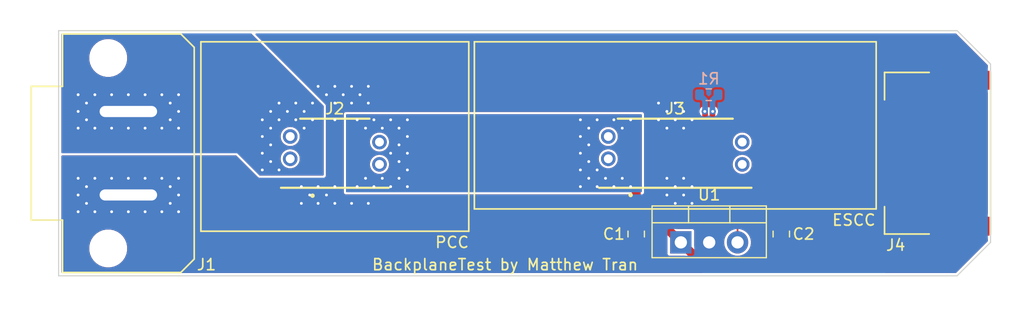
<source format=kicad_pcb>
(kicad_pcb (version 20211014) (generator pcbnew)
  (layers (0 "F.Cu" signal) (31 "B.Cu" signal) (34 "B.Paste" user) (35 "F.Paste" user) (36 "B.SilkS" user "B.Silkscreen") (37 "F.SilkS" user "F.Silkscreen") (38 "B.Mask" user) (39 "F.Mask" user) (44 "Edge.Cuts" user))
  (net 0 "")
  (net 1 "+48V")
  (net 2 "GND")
  (net 3 "+12V")
  (net 4 "/CAN-")
  (net 5 "/CAN+")
  (net 6 "+5V")
  (footprint "extraparts:Molex_DuraClik_RH_5pin" (layer "F.Cu") (at 227.25 100 90)
    (fp_text reference "J4" (at -8.25 -8.5 180) (layer "F.SilkS"))
    (fp_text value "CAN")
    (fp_line (start 4.794 -9.5) (end 7.25 -9.5) (layer "F.SilkS") (width 0.15))
    (fp_line (start -7.25 -9.5) (end -7.25 -5.5) (layer "F.SilkS") (width 0.15))
    (fp_line (start 7.25 -9.5) (end 7.25 -5.5) (layer "F.SilkS") (width 0.15))
    (fp_line (start -4.794 -9.5) (end -7.25 -9.5) (layer "F.SilkS") (width 0.15))
    (fp_line (start -7.25 0) (end 7.25 0) (layer "F.SilkS") (width 0.15))
    (pad "1" smd rect locked (at -4 -8.23 90) (size 1.2 3.2) (layers "F.Cu" "F.Paste" "F.Mask") (net 3 "+12V"))
    (pad "2" smd rect locked (at -2 -8.23 90) (size 1.2 3.2) (layers "F.Cu" "F.Paste" "F.Mask") (net 6 "+5V"))
    (pad "3" smd rect locked (at 0 -8.23 90) (size 1.2 3.2) (layers "F.Cu" "F.Paste" "F.Mask") (net 2 "GND"))
    (pad "4" smd rect locked (at 2 -8.23 90) (size 1.2 3.2) (layers "F.Cu" "F.Paste" "F.Mask") (net 5 "/CAN+"))
    (pad "5" smd rect locked (at 4 -8.23 90) (size 1.2 3.2) (layers "F.Cu" "F.Paste" "F.Mask") (net 4 "/CAN-"))
    (pad "MP" smd rect locked (at 6.55 -2.75 90) (size 1.7 5.3) (layers "F.Cu" "F.Paste" "F.Mask"))
    (pad "MP" smd rect locked (at -6.55 -2.75 90) (size 1.7 5.3) (layers "F.Cu" "F.Paste" "F.Mask"))
  )
  (footprint "extraparts:Samtec_mPOWER_UMPS_3pin" (layer "F.Cu") (at 168.5 100)
    (fp_text reference "J2" (at 0 -4) (layer "F.SilkS"))
    (fp_text value "PCC")
    (fp_line (start -3.1 -3.1) (end 3.1 -3.1) (layer "F.SilkS") (width 0.2))
    (fp_line (start 4.825 3.1) (end -4.825 3.1) (layer "F.SilkS") (width 0.2))
    (fp_circle (center -2 3.81) (end -1.9 3.81) (layer "F.SilkS") (width 0.2) (fill none))
    (pad "" thru_hole circle locked (at 4 1) (size 1.308 1.308) (drill 0.8) (layers *.Cu *.Mask))
    (pad "" thru_hole circle locked (at -4 -1.5) (size 1.308 1.308) (drill 0.8) (layers *.Cu *.Mask))
    (pad "" thru_hole circle locked (at 4 -1) (size 1.308 1.308) (drill 0.8) (layers *.Cu *.Mask))
    (pad "" thru_hole circle locked (at -4 0.5) (size 1.308 1.308) (drill 0.8) (layers *.Cu *.Mask))
    (pad "1" smd rect locked (at -2 0) (size 1.3 3.5) (layers "F.Cu" "F.Paste" "F.Mask") (net 1 "+48V"))
    (pad "2" smd rect locked (at 0 0) (size 1.3 3.5) (layers "F.Cu" "F.Paste" "F.Mask") (net 2 "GND"))
    (pad "3" smd rect locked (at 2 0) (size 1.3 3.5) (layers "F.Cu" "F.Paste" "F.Mask") (net 3 "+12V"))
  )
  (footprint "extraparts:Molex_SuperSabre_Vert_2pin" (layer "F.Cu") (at 150 100 -90)
    (fp_text reference "J1" (at 10 -7 180) (layer "F.SilkS"))
    (fp_text value "Power")
    (fp_line (start -10.7 5.9) (end -6 5.9) (layer "F.SilkS") (width 0.15))
    (fp_line (start 9.5 -5.9) (end 10.7 -4.7) (layer "F.SilkS") (width 0.15))
    (fp_line (start 6 5.9) (end 10.7 5.9) (layer "F.SilkS") (width 0.15))
    (fp_line (start -9.5 -5.9) (end -10.7 -4.7) (layer "F.SilkS") (width 0.15))
    (fp_line (start -10.7 -4.7) (end -10.7 5.9) (layer "F.SilkS") (width 0.15))
    (fp_line (start -6 8.7) (end 6 8.7) (layer "F.SilkS") (width 0.15))
    (fp_line (start -6 5.9) (end -6 8.7) (layer "F.SilkS") (width 0.15))
    (fp_line (start 6 8.7) (end 6 5.9) (layer "F.SilkS") (width 0.15))
    (fp_line (start 9.5 -5.9) (end -9.5 -5.9) (layer "F.SilkS") (width 0.15))
    (fp_line (start 10.7 5.9) (end 10.7 -4.7) (layer "F.SilkS") (width 0.15))
    (pad "" np_thru_hole circle locked (at 8.545 1.805 270) (size 3 3) (drill 3) (layers *.Cu *.Mask))
    (pad "" np_thru_hole circle locked (at -8.545 1.805 270) (size 3 3) (drill 3) (layers *.Cu *.Mask))
    (pad "1" thru_hole oval locked (at 3.745 0 270) (size 2 6.15) (drill oval 1 5.15) (layers *.Cu *.Mask) (net 2 "GND"))
    (pad "2" thru_hole oval locked (at -3.745 0 270) (size 2 6.15) (drill oval 1 5.15) (layers *.Cu *.Mask) (net 1 "+48V"))
  )
  (footprint "extraparts:Samtec_mPOWER_UMPS_5pin" (layer "F.Cu") (at 199 100)
    (fp_text reference "J3" (at 0 -4) (layer "F.SilkS"))
    (fp_text value "ESCC")
    (fp_line (start -5.15 -3.1) (end 5.15 -3.1) (layer "F.SilkS") (width 0.2))
    (fp_line (start -6.825 3.1) (end 6.825 3.1) (layer "F.SilkS") (width 0.2))
    (fp_circle (center -4 3.75) (end -3.9 3.75) (layer "F.SilkS") (width 0.2) (fill none))
    (pad "" thru_hole circle locked (at -6 -1.5) (size 1.308 1.308) (drill 0.8) (layers *.Cu *.Mask))
    (pad "" thru_hole circle locked (at 6 1) (size 1.308 1.308) (drill 0.8) (layers *.Cu *.Mask))
    (pad "" thru_hole circle locked (at -6 0.5) (size 1.308 1.308) (drill 0.8) (layers *.Cu *.Mask))
    (pad "" thru_hole circle locked (at 6 -1) (size 1.308 1.308) (drill 0.8) (layers *.Cu *.Mask))
    (pad "1" smd rect locked (at -4 0) (size 1.3 3.5) (layers "F.Cu" "F.Paste" "F.Mask") (net 3 "+12V"))
    (pad "2" smd rect locked (at -2 0) (size 1.3 3.5) (layers "F.Cu" "F.Paste" "F.Mask") (net 6 "+5V"))
    (pad "3" smd rect locked (at 0 0) (size 1.3 3.5) (layers "F.Cu" "F.Paste" "F.Mask") (net 2 "GND"))
    (pad "4" smd rect locked (at 2 0) (size 1.3 3.5) (layers "F.Cu" "F.Paste" "F.Mask") (net 5 "/CAN+"))
    (pad "5" smd rect locked (at 4 0) (size 1.3 3.5) (layers "F.Cu" "F.Paste" "F.Mask") (net 4 "/CAN-"))
  )
  (footprint "Package_TO_SOT_THT:TO-220-3_Vertical" (layer "F.Cu") (at 199.5 108)
    (fp_text reference "U1" (at 2.54 -4.27) (layer "F.SilkS"))
    (fp_text value "LM7805_TO220")
    (fp_line (start -2.58 -3.27) (end -2.58 1.371) (layer "F.SilkS") (width 0.12))
    (fp_line (start -2.58 -3.27) (end 7.66 -3.27) (layer "F.SilkS") (width 0.12))
    (fp_line (start 7.66 -3.27) (end 7.66 1.371) (layer "F.SilkS") (width 0.12))
    (fp_line (start 4.391 -3.27) (end 4.391 -1.76) (layer "F.SilkS") (width 0.12))
    (fp_line (start -2.58 -1.76) (end 7.66 -1.76) (layer "F.SilkS") (width 0.12))
    (fp_line (start 0.69 -3.27) (end 0.69 -1.76) (layer "F.SilkS") (width 0.12))
    (fp_line (start -2.58 1.371) (end 7.66 1.371) (layer "F.SilkS") (width 0.12))
    (pad "1" thru_hole rect locked (at 0 0) (size 1.905 2) (drill 1.1) (layers *.Cu *.Mask) (net 3 "+12V"))
    (pad "2" thru_hole oval locked (at 2.54 0) (size 1.905 2) (drill 1.1) (layers *.Cu *.Mask) (net 2 "GND"))
    (pad "3" thru_hole oval locked (at 5.08 0) (size 1.905 2) (drill 1.1) (layers *.Cu *.Mask) (net 6 "+5V"))
  )
  (footprint "Capacitor_SMD:C_0805_2012Metric" (layer "F.Cu") (at 208.5 107.25 -90)
    (fp_text reference "C2" (at 0 -2 180) (layer "F.SilkS"))
    (fp_text value "10u")
    (fp_line (start -0.261252 -0.735) (end 0.261252 -0.735) (layer "F.SilkS") (width 0.12))
    (fp_line (start -0.261252 0.735) (end 0.261252 0.735) (layer "F.SilkS") (width 0.12))
    (pad "1" smd roundrect locked (at -0.95 0 270) (size 1 1.45) (layers "F.Cu" "F.Paste" "F.Mask") (net 6 "+5V"))
    (pad "2" smd roundrect locked (at 0.95 0 270) (size 1 1.45) (layers "F.Cu" "F.Paste" "F.Mask") (net 2 "GND"))
  )
  (footprint "Capacitor_SMD:C_0805_2012Metric" (layer "F.Cu") (at 195.5 107.25 90)
    (fp_text reference "C1" (at 0 -2 180) (layer "F.SilkS"))
    (fp_text value "10u")
    (fp_line (start -0.261252 -0.735) (end 0.261252 -0.735) (layer "F.SilkS") (width 0.12))
    (fp_line (start -0.261252 0.735) (end 0.261252 0.735) (layer "F.SilkS") (width 0.12))
    (pad "1" smd roundrect locked (at -0.95 0 90) (size 1 1.45) (layers "F.Cu" "F.Paste" "F.Mask") (net 2 "GND"))
    (pad "2" smd roundrect locked (at 0.95 0 90) (size 1 1.45) (layers "F.Cu" "F.Paste" "F.Mask") (net 3 "+12V"))
  )
  (footprint "Resistor_SMD:R_0603_1608Metric" (layer "B.Cu") (at 202 94.75 180)
    (fp_text reference "R1" (at 0 1.43) (layer "B.SilkS") (effects (justify mirror)))
    (fp_text value "120")
    (fp_line (start -0.237258 0.5225) (end 0.237258 0.5225) (layer "B.SilkS") (width 0.12))
    (fp_line (start -0.237258 -0.5225) (end 0.237258 -0.5225) (layer "B.SilkS") (width 0.12))
    (pad "1" smd roundrect locked (at -0.825 0 180) (size 0.8 0.95) (layers "B.Cu" "B.Paste" "B.Mask") (net 4 "/CAN-"))
    (pad "2" smd roundrect locked (at 0.825 0 180) (size 0.8 0.95) (layers "B.Cu" "B.Paste" "B.Mask") (net 5 "/CAN+"))
  )
  (gr_line (start 156.5 90) (end 180.5 90) (layer "F.SilkS") (width 0.15))
  (gr_line (start 180.5 90) (end 180.5 107) (layer "F.SilkS") (width 0.15))
  (gr_line (start 156.5 107) (end 156.5 90) (layer "F.SilkS") (width 0.15))
  (gr_line (start 156.5 107) (end 180.5 107) (layer "F.SilkS") (width 0.15))
  (gr_line (start 217 90) (end 217 105) (layer "F.SilkS") (width 0.15))
  (gr_line (start 181 105) (end 217 105) (layer "F.SilkS") (width 0.15))
  (gr_line (start 181 90) (end 181 105) (layer "F.SilkS") (width 0.15))
  (gr_line (start 217 90) (end 181 90) (layer "F.SilkS") (width 0.15))
  (gr_line (start 224.25 89) (end 143.75 89) (layer "Edge.Cuts") (width 0.1))
  (gr_line (start 227.25 92) (end 224.25 89) (layer "Edge.Cuts") (width 0.1))
  (gr_line (start 224.25 111) (end 227.25 108) (layer "Edge.Cuts") (width 0.1))
  (gr_line (start 227.25 108) (end 227.25 92) (layer "Edge.Cuts") (width 0.1))
  (gr_line (start 143.75 111) (end 224.25 111) (layer "Edge.Cuts") (width 0.1))
  (gr_line (start 143.75 89) (end 143.75 111) (layer "Edge.Cuts") (width 0.1))
  (gr_text "PCC" (at 179 108) (layer "F.SilkS") (effects (font (size 1 1))))
  (gr_text "BackplaneTest by Matthew Tran" (at 183.75 110) (layer "F.SilkS") (effects (font (size 1 1))))
  (gr_text "ESCC" (at 215 106) (layer "F.SilkS") (effects (font (size 1 1))))
  (via (at 165.75 96.25) (size 0.5588) (drill 0.254) (layers "F.Cu" "B.Cu") (net 1))
  (via (at 162.75 99.25) (size 0.5588) (drill 0.254) (layers "F.Cu" "B.Cu") (net 1))
  (via (at 153.75 95.5) (size 0.5588) (drill 0.254) (layers "F.Cu" "B.Cu") (net 1))
  (via (at 148.5 94.75) (size 0.5588) (drill 0.254) (layers "F.Cu" "B.Cu") (net 1))
  (via (at 145.5 97.75) (size 0.5588) (drill 0.254) (layers "F.Cu" "B.Cu") (net 1))
  (via (at 164.25 96.25) (size 0.5588) (drill 0.254) (layers "F.Cu" "B.Cu") (net 1))
  (via (at 150 97.75) (size 0.5588) (drill 0.254) (layers "F.Cu" "B.Cu") (net 1))
  (via (at 162 98.5) (size 0.5588) (drill 0.254) (layers "F.Cu" "B.Cu") (net 1))
  (via (at 165 95.5) (size 0.5588) (drill 0.254) (layers "F.Cu" "B.Cu") (net 1))
  (via (at 147 97.75) (size 0.5588) (drill 0.254) (layers "F.Cu" "B.Cu") (net 1))
  (via (at 147 94.75) (size 0.5588) (drill 0.254) (layers "F.Cu" "B.Cu") (net 1))
  (via (at 162.75 100.75) (size 0.5588) (drill 0.254) (layers "F.Cu" "B.Cu") (net 1))
  (via (at 154.5 96.25) (size 0.5588) (drill 0.254) (layers "F.Cu" "B.Cu") (net 1))
  (via (at 162 101.5) (size 0.5588) (drill 0.254) (layers "F.Cu" "B.Cu") (net 1))
  (via (at 166.5 95.5) (size 0.5588) (drill 0.254) (layers "F.Cu" "B.Cu") (net 1))
  (via (at 162 97) (size 0.5588) (drill 0.254) (layers "F.Cu" "B.Cu") (net 1))
  (via (at 154.5 97.75) (size 0.5588) (drill 0.254) (layers "F.Cu" "B.Cu") (net 1))
  (via (at 153 97.75) (size 0.5588) (drill 0.254) (layers "F.Cu" "B.Cu") (net 1))
  (via (at 151.5 94.75) (size 0.5588) (drill 0.254) (layers "F.Cu" "B.Cu") (net 1))
  (via (at 162 100) (size 0.5588) (drill 0.254) (layers "F.Cu" "B.Cu") (net 1))
  (via (at 154.5 94.75) (size 0.5588) (drill 0.254) (layers "F.Cu" "B.Cu") (net 1))
  (via (at 163.5 101.5) (size 0.5588) (drill 0.254) (layers "F.Cu" "B.Cu") (net 1))
  (via (at 153.75 97) (size 0.5588) (drill 0.254) (layers "F.Cu" "B.Cu") (net 1))
  (via (at 163.5 95.5) (size 0.5588) (drill 0.254) (layers "F.Cu" "B.Cu") (net 1))
  (via (at 153 94.75) (size 0.5588) (drill 0.254) (layers "F.Cu" "B.Cu") (net 1))
  (via (at 146.25 95.5) (size 0.5588) (drill 0.254) (layers "F.Cu" "B.Cu") (net 1))
  (via (at 146.25 97) (size 0.5588) (drill 0.254) (layers "F.Cu" "B.Cu") (net 1))
  (via (at 150 94.75) (size 0.5588) (drill 0.254) (layers "F.Cu" "B.Cu") (net 1))
  (via (at 145.5 96.25) (size 0.5588) (drill 0.254) (layers "F.Cu" "B.Cu") (net 1))
  (via (at 163.5 97) (size 0.5588) (drill 0.254) (layers "F.Cu" "B.Cu") (net 1))
  (via (at 148.5 97.75) (size 0.5588) (drill 0.254) (layers "F.Cu" "B.Cu") (net 1))
  (via (at 165 97) (size 0.5588) (drill 0.254) (layers "F.Cu" "B.Cu") (net 1))
  (via (at 145.5 94.75) (size 0.5588) (drill 0.254) (layers "F.Cu" "B.Cu") (net 1))
  (via (at 162.75 97.75) (size 0.5588) (drill 0.254) (layers "F.Cu" "B.Cu") (net 1))
  (via (at 166.5 97) (size 0.5588) (drill 0.254) (layers "F.Cu" "B.Cu") (net 1))
  (via (at 151.5 97.75) (size 0.5588) (drill 0.254) (layers "F.Cu" "B.Cu") (net 1))
  (via (at 165.75 97.75) (size 0.5588) (drill 0.254) (layers "F.Cu" "B.Cu") (net 1))
  (via (at 162.75 96.25) (size 0.5588) (drill 0.254) (layers "F.Cu" "B.Cu") (net 1))
  (via (at 145.5 105.25) (size 0.5588) (drill 0.254) (layers "F.Cu" "B.Cu") (net 2))
  (via (at 198.25 102.25) (size 0.5588) (drill 0.254) (layers "F.Cu" "B.Cu") (net 2))
  (via (at 199 97) (size 0.5588) (drill 0.254) (layers "F.Cu" "B.Cu") (net 2))
  (via (at 167 104.5) (size 0.5588) (drill 0.254) (layers "F.Cu" "B.Cu") (net 2))
  (via (at 199 95.5) (size 0.5588) (drill 0.254) (layers "F.Cu" "B.Cu") (net 2))
  (via (at 167 103) (size 0.5588) (drill 0.254) (layers "F.Cu" "B.Cu") (net 2))
  (via (at 154.5 102.25) (size 0.5588) (drill 0.254) (layers "F.Cu" "B.Cu") (net 2))
  (via (at 171.5 94) (size 0.5588) (drill 0.254) (layers "F.Cu" "B.Cu") (net 2))
  (via (at 199.75 102.25) (size 0.5588) (drill 0.254) (layers "F.Cu" "B.Cu") (net 2))
  (via (at 153 105.25) (size 0.5588) (drill 0.254) (layers "F.Cu" "B.Cu") (net 2))
  (via (at 170 94) (size 0.5588) (drill 0.254) (layers "F.Cu" "B.Cu") (net 2))
  (via (at 148.5 102.25) (size 0.5588) (drill 0.254) (layers "F.Cu" "B.Cu") (net 2))
  (via (at 200.5 97) (size 0.5588) (drill 0.254) (layers "F.Cu" "B.Cu") (net 2))
  (via (at 154.5 105.25) (size 0.5588) (drill 0.254) (layers "F.Cu" "B.Cu") (net 2))
  (via (at 151.5 105.25) (size 0.5588) (drill 0.254) (layers "F.Cu" "B.Cu") (net 2))
  (via (at 165.5 103) (size 0.5588) (drill 0.254) (layers "F.Cu" "B.Cu") (net 2))
  (via (at 170.75 94.75) (size 0.5588) (drill 0.254) (layers "F.Cu" "B.Cu") (net 2))
  (via (at 146.25 103) (size 0.5588) (drill 0.254) (layers "F.Cu" "B.Cu") (net 2))
  (via (at 171.5 104.5) (size 0.5588) (drill 0.254) (layers "F.Cu" "B.Cu") (net 2))
  (via (at 147 102.25) (size 0.5588) (drill 0.254) (layers "F.Cu" "B.Cu") (net 2))
  (via (at 199.75 103.75) (size 0.5588) (drill 0.254) (layers "F.Cu" "B.Cu") (net 2))
  (via (at 150 105.25) (size 0.5588) (drill 0.254) (layers "F.Cu" "B.Cu") (net 2))
  (via (at 153.75 104.5) (size 0.5588) (drill 0.254) (layers "F.Cu" "B.Cu") (net 2))
  (via (at 199.75 96.25) (size 0.5588) (drill 0.254) (layers "F.Cu" "B.Cu") (net 2))
  (via (at 153 102.25) (size 0.5588) (drill 0.254) (layers "F.Cu" "B.Cu") (net 2))
  (via (at 153.75 103) (size 0.5588) (drill 0.254) (layers "F.Cu" "B.Cu") (net 2))
  (via (at 168.5 104.5) (size 0.5588) (drill 0.254) (layers "F.Cu" "B.Cu") (net 2))
  (via (at 165.5 104.5) (size 0.5588) (drill 0.254) (layers "F.Cu" "B.Cu") (net 2))
  (via (at 198.25 96.25) (size 0.5588) (drill 0.254) (layers "F.Cu" "B.Cu") (net 2))
  (via (at 169.25 94.75) (size 0.5588) (drill 0.254) (layers "F.Cu" "B.Cu") (net 2))
  (via (at 146.25 104.5) (size 0.5588) (drill 0.254) (layers "F.Cu" "B.Cu") (net 2))
  (via (at 198.25 103.75) (size 0.5588) (drill 0.254) (layers "F.Cu" "B.Cu") (net 2))
  (via (at 148.5 105.25) (size 0.5588) (drill 0.254) (layers "F.Cu" "B.Cu") (net 2))
  (via (at 170 104.5) (size 0.5588) (drill 0.254) (layers "F.Cu" "B.Cu") (net 2))
  (via (at 154.5 103.75) (size 0.5588) (drill 0.254) (layers "F.Cu" "B.Cu") (net 2))
  (via (at 150 102.25) (size 0.5588) (drill 0.254) (layers "F.Cu" "B.Cu") (net 2))
  (via (at 200.5 104.5) (size 0.5588) (drill 0.254) (layers "F.Cu" "B.Cu") (net 2))
  (via (at 197.5 97) (size 0.5588) (drill 0.254) (layers "F.Cu" "B.Cu") (net 2))
  (via (at 168.5 103) (size 0.5588) (drill 0.254) (layers "F.Cu" "B.Cu") (net 2))
  (via (at 170 95.5) (size 0.5588) (drill 0.254) (layers "F.Cu" "B.Cu") (net 2))
  (via (at 145.5 102.25) (size 0.5588) (drill 0.254) (layers "F.Cu" "B.Cu") (net 2))
  (via (at 166.25 103.75) (size 0.5588) (drill 0.254) (layers "F.Cu" "B.Cu") (net 2))
  (via (at 147 105.25) (size 0.5588) (drill 0.254) (layers "F.Cu" "B.Cu") (net 2))
  (via (at 145.5 103.75) (size 0.5588) (drill 0.254) (layers "F.Cu" "B.Cu") (net 2))
  (via (at 151.5 102.25) (size 0.5588) (drill 0.254) (layers "F.Cu" "B.Cu") (net 2))
  (via (at 167.75 94.75) (size 0.5588) (drill 0.254) (layers "F.Cu" "B.Cu") (net 2))
  (via (at 199.75 97.75) (size 0.5588) (drill 0.254) (layers "F.Cu" "B.Cu") (net 2))
  (via (at 171.5 95.5) (size 0.5588) (drill 0.254) (layers "F.Cu" "B.Cu") (net 2))
  (via (at 168.5 94) (size 0.5588) (drill 0.254) (layers "F.Cu" "B.Cu") (net 2))
  (via (at 199 104.5) (size 0.5588) (drill 0.254) (layers "F.Cu" "B.Cu") (net 2))
  (via (at 200.5 103) (size 0.5588) (drill 0.254) (layers "F.Cu" "B.Cu") (net 2))
  (via (at 167 94) (size 0.5588) (drill 0.254) (layers "F.Cu" "B.Cu") (net 2))
  (via (at 168.5 95.5) (size 0.5588) (drill 0.254) (layers "F.Cu" "B.Cu") (net 2))
  (via (at 198.25 97.75) (size 0.5588) (drill 0.254) (layers "F.Cu" "B.Cu") (net 2))
  (via (at 167.75 103.75) (size 0.5588) (drill 0.254) (layers "F.Cu" "B.Cu") (net 2))
  (via (at 199 103) (size 0.5588) (drill 0.254) (layers "F.Cu" "B.Cu") (net 2))
  (via (at 168.5 97) (size 0.5588) (drill 0.254) (layers "F.Cu" "B.Cu") (net 2))
  (via (at 197.5 95.5) (size 0.5588) (drill 0.254) (layers "F.Cu" "B.Cu") (net 2))
  (segment (start 195 102.25) (end 195 100) (width 0.8) (layer "F.Cu") (net 3))
  (segment (start 217.75 110) (end 219.02 108.73) (width 0.8) (layer "F.Cu") (net 3))
  (segment (start 195.5 102.75) (end 195 102.25) (width 0.8) (layer "F.Cu") (net 3))
  (segment (start 201.5 110) (end 217.75 110) (width 0.8) (layer "F.Cu") (net 3))
  (segment (start 195.5 106.3) (end 197.8 106.3) (width 0.8) (layer "F.Cu") (net 3))
  (segment (start 197.8 106.3) (end 199.5 108) (width 0.8) (layer "F.Cu") (net 3))
  (segment (start 219.02 108.73) (end 219.02 104) (width 0.8) (layer "F.Cu") (net 3))
  (segment (start 195.5 106.3) (end 195.5 102.75) (width 0.8) (layer "F.Cu") (net 3))
  (segment (start 199.5 108) (end 201.5 110) (width 0.8) (layer "F.Cu") (net 3))
  (via (at 172.75 102.25) (size 0.5588) (drill 0.254) (layers "F.Cu" "B.Cu") (net 3))
  (via (at 175 98.5) (size 0.5588) (drill 0.254) (layers "F.Cu" "B.Cu") (net 3))
  (via (at 192 97) (size 0.5588) (drill 0.254) (layers "F.Cu" "B.Cu") (net 3))
  (via (at 192 101.5) (size 0.5588) (drill 0.254) (layers "F.Cu" "B.Cu") (net 3))
  (via (at 174.25 99.25) (size 0.5588) (drill 0.254) (layers "F.Cu" "B.Cu") (net 3))
  (via (at 194.25 102.25) (size 0.5588) (drill 0.254) (layers "F.Cu" "B.Cu") (net 3))
  (via (at 173.5 97) (size 0.5588) (drill 0.254) (layers "F.Cu" "B.Cu") (net 3))
  (via (at 174.25 102.25) (size 0.5588) (drill 0.254) (layers "F.Cu" "B.Cu") (net 3))
  (via (at 175 100) (size 0.5588) (drill 0.254) (layers "F.Cu" "B.Cu") (net 3))
  (via (at 195 103) (size 0.5588) (drill 0.254) (layers "F.Cu" "B.Cu") (net 3))
  (via (at 171.25 97.75) (size 0.5588) (drill 0.254) (layers "F.Cu" "B.Cu") (net 3))
  (via (at 190.5 101.5) (size 0.5588) (drill 0.254) (layers "F.Cu" "B.Cu") (net 3))
  (via (at 170.5 103) (size 0.5588) (drill 0.254) (layers "F.Cu" "B.Cu") (net 3))
  (via (at 173.5 103) (size 0.5588) (drill 0.254) (layers "F.Cu" "B.Cu") (net 3))
  (via (at 195 97) (size 0.5588) (drill 0.254) (layers "F.Cu" "B.Cu") (net 3))
  (via (at 175 101.5) (size 0.5588) (drill 0.254) (layers "F.Cu" "B.Cu") (net 3))
  (via (at 192 103) (size 0.5588) (drill 0.254) (layers "F.Cu" "B.Cu") (net 3))
  (via (at 191.25 100.75) (size 0.5588) (drill 0.254) (layers "F.Cu" "B.Cu") (net 3))
  (via (at 173.5 100) (size 0.5588) (drill 0.254) (layers "F.Cu" "B.Cu") (net 3))
  (via (at 174.25 97.75) (size 0.5588) (drill 0.254) (layers "F.Cu" "B.Cu") (net 3))
  (via (at 175 97) (size 0.5588) (drill 0.254) (layers "F.Cu" "B.Cu") (net 3))
  (via (at 170.5 97) (size 0.5588) (drill 0.254) (layers "F.Cu" "B.Cu") (net 3))
  (via (at 190.5 97) (size 0.5588) (drill 0.254) (layers "F.Cu" "B.Cu") (net 3))
  (via (at 192.75 102.25) (size 0.5588) (drill 0.254) (layers "F.Cu" "B.Cu") (net 3))
  (via (at 174.25 100.75) (size 0.5588) (drill 0.254) (layers "F.Cu" "B.Cu") (net 3))
  (via (at 193.5 97) (size 0.5588) (drill 0.254) (layers "F.Cu" "B.Cu") (net 3))
  (via (at 190.5 98.5) (size 0.5588) (drill 0.254) (layers "F.Cu" "B.Cu") (net 3))
  (via (at 190.5 103) (size 0.5588) (drill 0.254) (layers "F.Cu" "B.Cu") (net 3))
  (via (at 172.75 97.75) (size 0.5588) (drill 0.254) (layers "F.Cu" "B.Cu") (net 3))
  (via (at 171.25 102.25) (size 0.5588) (drill 0.254) (layers "F.Cu" "B.Cu") (net 3))
  (via (at 193.5 103) (size 0.5588) (drill 0.254) (layers "F.Cu" "B.Cu") (net 3))
  (via (at 172 103) (size 0.5588) (drill 0.254) (layers "F.Cu" "B.Cu") (net 3))
  (via (at 191.25 97.75) (size 0.5588) (drill 0.254) (layers "F.Cu" "B.Cu") (net 3))
  (via (at 175 103) (size 0.5588) (drill 0.254) (layers "F.Cu" "B.Cu") (net 3))
  (via (at 191.25 99.25) (size 0.5588) (drill 0.254) (layers "F.Cu" "B.Cu") (net 3))
  (via (at 191.25 102.25) (size 0.5588) (drill 0.254) (layers "F.Cu" "B.Cu") (net 3))
  (via (at 172 97) (size 0.5588) (drill 0.254) (layers "F.Cu" "B.Cu") (net 3))
  (via (at 194.25 97.75) (size 0.5588) (drill 0.254) (layers "F.Cu" "B.Cu") (net 3))
  (via (at 190.5 100) (size 0.5588) (drill 0.254) (layers "F.Cu" "B.Cu") (net 3))
  (segment (start 203 101.1) (end 202.3302 101.7698) (width 0.508) (layer "F.Cu") (net 4))
  (segment (start 203 100) (end 203 101.1) (width 0.508) (layer "F.Cu") (net 4))
  (segment (start 202.3302 101.7698) (end 202.3302 102.613226) (width 0.508) (layer "F.Cu") (net 4))
  (segment (start 203 98.9) (end 202.3302 98.2302) (width 0.508) (layer "F.Cu") (net 4))
  (segment (start 202.3302 96.2754) (end 202.3556 96.25) (width 0.508) (layer "F.Cu") (net 4))
  (segment (start 213.863226 96.6698) (end 215.950199 96.6698) (width 0.508) (layer "F.Cu") (net 4))
  (segment (start 207.113226 103.4198) (end 213.863226 96.6698) (width 0.508) (layer "F.Cu") (net 4))
  (segment (start 203 100) (end 203 98.9) (width 0.508) (layer "F.Cu") (net 4))
  (segment (start 216.619999 96) (end 219.02 96) (width 0.508) (layer "F.Cu") (net 4))
  (segment (start 215.950199 96.6698) (end 216.619999 96) (width 0.508) (layer "F.Cu") (net 4))
  (segment (start 203.136774 103.4198) (end 207.113226 103.4198) (width 0.508) (layer "F.Cu") (net 4))
  (segment (start 202.3302 98.2302) (end 202.3302 96.2754) (width 0.508) (layer "F.Cu") (net 4))
  (segment (start 202.3302 102.613226) (end 203.136774 103.4198) (width 0.508) (layer "F.Cu") (net 4))
  (via (at 202.3556 96.25) (size 0.5588) (drill 0.254) (layers "F.Cu" "B.Cu") (net 4))
  (segment (start 202.3302 95.2448) (end 202.825 94.75) (width 0.508) (layer "B.Cu") (net 4))
  (segment (start 202.3556 96.25) (end 202.3302 96.2246) (width 0.508) (layer "B.Cu") (net 4))
  (segment (start 202.3302 96.2246) (end 202.3302 95.2448) (width 0.508) (layer "B.Cu") (net 4))
  (segment (start 201 101.1) (end 201.6698 101.7698) (width 0.508) (layer "F.Cu") (net 5))
  (segment (start 201 98.9) (end 201.6698 98.2302) (width 0.508) (layer "F.Cu") (net 5))
  (segment (start 202.863226 104.0802) (end 207.386774 104.0802) (width 0.508) (layer "F.Cu") (net 5))
  (segment (start 216.619999 98) (end 219.02 98) (width 0.508) (layer "F.Cu") (net 5))
  (segment (start 201 100) (end 201 101.1) (width 0.508) (layer "F.Cu") (net 5))
  (segment (start 215.950199 97.3302) (end 216.619999 98) (width 0.508) (layer "F.Cu") (net 5))
  (segment (start 207.386774 104.0802) (end 214.136774 97.3302) (width 0.508) (layer "F.Cu") (net 5))
  (segment (start 201.6698 96.2754) (end 201.6444 96.25) (width 0.508) (layer "F.Cu") (net 5))
  (segment (start 201.6698 98.2302) (end 201.6698 96.2754) (width 0.508) (layer "F.Cu") (net 5))
  (segment (start 214.136774 97.3302) (end 215.950199 97.3302) (width 0.508) (layer "F.Cu") (net 5))
  (segment (start 201 100) (end 201 98.9) (width 0.508) (layer "F.Cu") (net 5))
  (segment (start 201.6698 101.7698) (end 201.6698 102.886774) (width 0.508) (layer "F.Cu") (net 5))
  (segment (start 201.6698 102.886774) (end 202.863226 104.0802) (width 0.508) (layer "F.Cu") (net 5))
  (via (at 201.6444 96.25) (size 0.5588) (drill 0.254) (layers "F.Cu" "B.Cu") (net 5))
  (segment (start 201.6698 96.2246) (end 201.6698 95.2448) (width 0.508) (layer "B.Cu") (net 5))
  (segment (start 201.6444 96.25) (end 201.6698 96.2246) (width 0.508) (layer "B.Cu") (net 5))
  (segment (start 201.6698 95.2448) (end 201.175 94.75) (width 0.508) (layer "B.Cu") (net 5))
  (segment (start 213 102) (end 219.02 102) (width 0.1524) (layer "F.Cu") (net 6))
  (segment (start 204.58 108) (end 204.58 106.33) (width 0.1524) (layer "F.Cu") (net 6))
  (segment (start 199.05 106.3) (end 204.55 106.3) (width 0.1524) (layer "F.Cu") (net 6))
  (segment (start 208.5 106.3) (end 208.7 106.3) (width 0.1524) (layer "F.Cu") (net 6))
  (segment (start 208.7 106.3) (end 213 102) (width 0.1524) (layer "F.Cu") (net 6))
  (segment (start 197 100) (end 197 104.25) (width 0.1524) (layer "F.Cu") (net 6))
  (segment (start 204.58 106.33) (end 204.55 106.3) (width 0.1524) (layer "F.Cu") (net 6))
  (segment (start 204.55 106.3) (end 208.5 106.3) (width 0.1524) (layer "F.Cu") (net 6))
  (segment (start 197 104.25) (end 199.05 106.3) (width 0.1524) (layer "F.Cu") (net 6))
  (zone (net 1) (net_name "+48V") (layer "F.Cu") (priority 1) (connect_pads yes (clearance 0.2)) (min_thickness 0.16) (fill yes (thermal_gap 0.508) (thermal_bridge_width 0.508))
    (polygon (pts (xy 167.5 95.75) (xy 167.5 102) (xy 161.75 102) (xy 159.75 100) (xy 143.75 100) (xy 143.75 89) (xy 160.75 89)))
  )
  (zone (net 2) (net_name "GND") (layer "F.Cu") (connect_pads yes (clearance 0.2)) (min_thickness 0.16) (fill yes (thermal_gap 0.508) (thermal_bridge_width 0.508))
    (polygon (pts (xy 230.25 114) (xy 139 114) (xy 139 86.25) (xy 230.25 86.25)))
  )
  (zone (net 3) (net_name "+12V") (layer "F.Cu") (priority 1) (connect_pads yes (clearance 0.2)) (min_thickness 0.16) (fill yes (thermal_gap 0.508) (thermal_bridge_width 0.508))
    (polygon (pts (xy 196 103.5) (xy 169.5 103.5) (xy 169.5 96.5) (xy 196 96.5)))
  )
  (zone (net 2) (net_name "GND") (layer "B.Cu") (connect_pads yes (clearance 0.2)) (min_thickness 0.16) (fill yes (thermal_gap 0.508) (thermal_bridge_width 0.508))
    (polygon (pts (xy 229.75 114.5) (xy 138.5 114.5) (xy 138.5 86.75) (xy 229.75 86.75)))
  )
  (zone (net 1) (net_name "+48V") (layer "B.Cu") (priority 1) (connect_pads yes (clearance 0.2)) (min_thickness 0.16) (fill yes (thermal_gap 0.508) (thermal_bridge_width 0.508))
    (polygon (pts (xy 167.5 95.75) (xy 167.5 102) (xy 161.75 102) (xy 159.75 100) (xy 143.75 100) (xy 143.75 89) (xy 160.75 89)))
  )
  (zone (net 3) (net_name "+12V") (layer "B.Cu") (priority 1) (connect_pads yes (clearance 0.2)) (min_thickness 0.16) (fill yes (thermal_gap 0.508) (thermal_bridge_width 0.508))
    (polygon (pts (xy 196 103.5) (xy 169.5 103.5) (xy 169.5 96.5) (xy 196 96.5)))
  )
)
</source>
